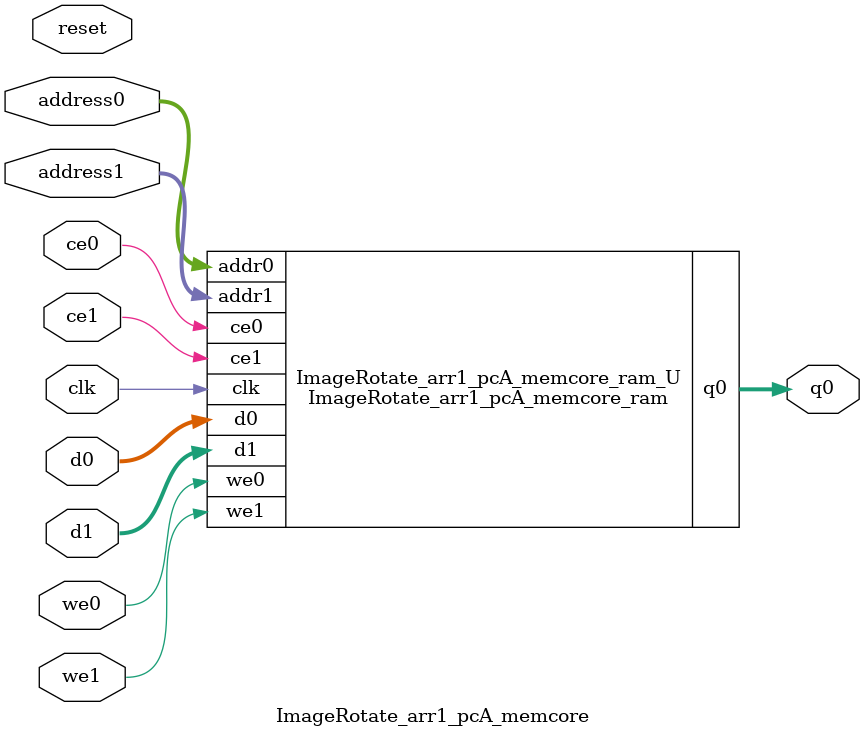
<source format=v>

`timescale 1 ns / 1 ps
module ImageRotate_arr1_pcA_memcore_ram (addr0, ce0, d0, we0, q0, addr1, ce1, d1, we1,  clk);

parameter DWIDTH = 8;
parameter AWIDTH = 16;
parameter MEM_SIZE = 65536;

input[AWIDTH-1:0] addr0;
input ce0;
input[DWIDTH-1:0] d0;
input we0;
output reg[DWIDTH-1:0] q0;
input[AWIDTH-1:0] addr1;
input ce1;
input[DWIDTH-1:0] d1;
input we1;
input clk;

(* ram_style = "block" *)reg [DWIDTH-1:0] ram[0:MEM_SIZE-1];




always @(posedge clk)  
begin 
    if (ce0) 
    begin
        if (we0) 
        begin 
            ram[addr0] <= d0; 
            q0 <= d0;
        end 
        else 
            q0 <= ram[addr0];
    end
end


always @(posedge clk)  
begin 
    if (ce1) 
    begin
        if (we1) 
        begin 
            ram[addr1] <= d1; 
        end 
    end
end


endmodule


`timescale 1 ns / 1 ps
module ImageRotate_arr1_pcA_memcore(
    reset,
    clk,
    address0,
    ce0,
    we0,
    d0,
    q0,
    address1,
    ce1,
    we1,
    d1);

parameter DataWidth = 32'd8;
parameter AddressRange = 32'd65536;
parameter AddressWidth = 32'd16;
input reset;
input clk;
input[AddressWidth - 1:0] address0;
input ce0;
input we0;
input[DataWidth - 1:0] d0;
output[DataWidth - 1:0] q0;
input[AddressWidth - 1:0] address1;
input ce1;
input we1;
input[DataWidth - 1:0] d1;



ImageRotate_arr1_pcA_memcore_ram ImageRotate_arr1_pcA_memcore_ram_U(
    .clk( clk ),
    .addr0( address0 ),
    .ce0( ce0 ),
    .we0( we0 ),
    .d0( d0 ),
    .q0( q0 ),
    .addr1( address1 ),
    .ce1( ce1 ),
    .we1( we1 ),
    .d1( d1 ));

endmodule


</source>
